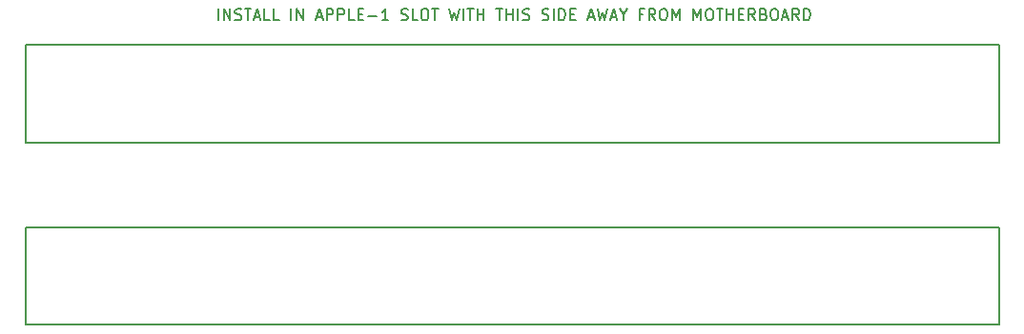
<source format=gto>
G04 #@! TF.GenerationSoftware,KiCad,Pcbnew,(5.1.12)-1*
G04 #@! TF.CreationDate,2022-10-28T14:50:11+01:00*
G04 #@! TF.ProjectId,Apple-1 riser,4170706c-652d-4312-9072-697365722e6b,rev?*
G04 #@! TF.SameCoordinates,Original*
G04 #@! TF.FileFunction,Legend,Top*
G04 #@! TF.FilePolarity,Positive*
%FSLAX46Y46*%
G04 Gerber Fmt 4.6, Leading zero omitted, Abs format (unit mm)*
G04 Created by KiCad (PCBNEW (5.1.12)-1) date 2022-10-28 14:50:11*
%MOMM*%
%LPD*%
G01*
G04 APERTURE LIST*
%ADD10C,0.150000*%
%ADD11C,0.200000*%
%ADD12C,1.905000*%
%ADD13R,1.905000X1.905000*%
%ADD14R,2.540000X10.000000*%
G04 APERTURE END LIST*
D10*
X120488095Y-93702380D02*
X120488095Y-92702380D01*
X120964285Y-93702380D02*
X120964285Y-92702380D01*
X121535714Y-93702380D01*
X121535714Y-92702380D01*
X121964285Y-93654761D02*
X122107142Y-93702380D01*
X122345238Y-93702380D01*
X122440476Y-93654761D01*
X122488095Y-93607142D01*
X122535714Y-93511904D01*
X122535714Y-93416666D01*
X122488095Y-93321428D01*
X122440476Y-93273809D01*
X122345238Y-93226190D01*
X122154761Y-93178571D01*
X122059523Y-93130952D01*
X122011904Y-93083333D01*
X121964285Y-92988095D01*
X121964285Y-92892857D01*
X122011904Y-92797619D01*
X122059523Y-92750000D01*
X122154761Y-92702380D01*
X122392857Y-92702380D01*
X122535714Y-92750000D01*
X122821428Y-92702380D02*
X123392857Y-92702380D01*
X123107142Y-93702380D02*
X123107142Y-92702380D01*
X123678571Y-93416666D02*
X124154761Y-93416666D01*
X123583333Y-93702380D02*
X123916666Y-92702380D01*
X124250000Y-93702380D01*
X125059523Y-93702380D02*
X124583333Y-93702380D01*
X124583333Y-92702380D01*
X125869047Y-93702380D02*
X125392857Y-93702380D01*
X125392857Y-92702380D01*
X126964285Y-93702380D02*
X126964285Y-92702380D01*
X127440476Y-93702380D02*
X127440476Y-92702380D01*
X128011904Y-93702380D01*
X128011904Y-92702380D01*
X129202380Y-93416666D02*
X129678571Y-93416666D01*
X129107142Y-93702380D02*
X129440476Y-92702380D01*
X129773809Y-93702380D01*
X130107142Y-93702380D02*
X130107142Y-92702380D01*
X130488095Y-92702380D01*
X130583333Y-92750000D01*
X130630952Y-92797619D01*
X130678571Y-92892857D01*
X130678571Y-93035714D01*
X130630952Y-93130952D01*
X130583333Y-93178571D01*
X130488095Y-93226190D01*
X130107142Y-93226190D01*
X131107142Y-93702380D02*
X131107142Y-92702380D01*
X131488095Y-92702380D01*
X131583333Y-92750000D01*
X131630952Y-92797619D01*
X131678571Y-92892857D01*
X131678571Y-93035714D01*
X131630952Y-93130952D01*
X131583333Y-93178571D01*
X131488095Y-93226190D01*
X131107142Y-93226190D01*
X132583333Y-93702380D02*
X132107142Y-93702380D01*
X132107142Y-92702380D01*
X132916666Y-93178571D02*
X133250000Y-93178571D01*
X133392857Y-93702380D02*
X132916666Y-93702380D01*
X132916666Y-92702380D01*
X133392857Y-92702380D01*
X133821428Y-93321428D02*
X134583333Y-93321428D01*
X135583333Y-93702380D02*
X135011904Y-93702380D01*
X135297619Y-93702380D02*
X135297619Y-92702380D01*
X135202380Y-92845238D01*
X135107142Y-92940476D01*
X135011904Y-92988095D01*
X136726190Y-93654761D02*
X136869047Y-93702380D01*
X137107142Y-93702380D01*
X137202380Y-93654761D01*
X137250000Y-93607142D01*
X137297619Y-93511904D01*
X137297619Y-93416666D01*
X137250000Y-93321428D01*
X137202380Y-93273809D01*
X137107142Y-93226190D01*
X136916666Y-93178571D01*
X136821428Y-93130952D01*
X136773809Y-93083333D01*
X136726190Y-92988095D01*
X136726190Y-92892857D01*
X136773809Y-92797619D01*
X136821428Y-92750000D01*
X136916666Y-92702380D01*
X137154761Y-92702380D01*
X137297619Y-92750000D01*
X138202380Y-93702380D02*
X137726190Y-93702380D01*
X137726190Y-92702380D01*
X138726190Y-92702380D02*
X138916666Y-92702380D01*
X139011904Y-92750000D01*
X139107142Y-92845238D01*
X139154761Y-93035714D01*
X139154761Y-93369047D01*
X139107142Y-93559523D01*
X139011904Y-93654761D01*
X138916666Y-93702380D01*
X138726190Y-93702380D01*
X138630952Y-93654761D01*
X138535714Y-93559523D01*
X138488095Y-93369047D01*
X138488095Y-93035714D01*
X138535714Y-92845238D01*
X138630952Y-92750000D01*
X138726190Y-92702380D01*
X139440476Y-92702380D02*
X140011904Y-92702380D01*
X139726190Y-93702380D02*
X139726190Y-92702380D01*
X141011904Y-92702380D02*
X141250000Y-93702380D01*
X141440476Y-92988095D01*
X141630952Y-93702380D01*
X141869047Y-92702380D01*
X142250000Y-93702380D02*
X142250000Y-92702380D01*
X142583333Y-92702380D02*
X143154761Y-92702380D01*
X142869047Y-93702380D02*
X142869047Y-92702380D01*
X143488095Y-93702380D02*
X143488095Y-92702380D01*
X143488095Y-93178571D02*
X144059523Y-93178571D01*
X144059523Y-93702380D02*
X144059523Y-92702380D01*
X145154761Y-92702380D02*
X145726190Y-92702380D01*
X145440476Y-93702380D02*
X145440476Y-92702380D01*
X146059523Y-93702380D02*
X146059523Y-92702380D01*
X146059523Y-93178571D02*
X146630952Y-93178571D01*
X146630952Y-93702380D02*
X146630952Y-92702380D01*
X147107142Y-93702380D02*
X147107142Y-92702380D01*
X147535714Y-93654761D02*
X147678571Y-93702380D01*
X147916666Y-93702380D01*
X148011904Y-93654761D01*
X148059523Y-93607142D01*
X148107142Y-93511904D01*
X148107142Y-93416666D01*
X148059523Y-93321428D01*
X148011904Y-93273809D01*
X147916666Y-93226190D01*
X147726190Y-93178571D01*
X147630952Y-93130952D01*
X147583333Y-93083333D01*
X147535714Y-92988095D01*
X147535714Y-92892857D01*
X147583333Y-92797619D01*
X147630952Y-92750000D01*
X147726190Y-92702380D01*
X147964285Y-92702380D01*
X148107142Y-92750000D01*
X149250000Y-93654761D02*
X149392857Y-93702380D01*
X149630952Y-93702380D01*
X149726190Y-93654761D01*
X149773809Y-93607142D01*
X149821428Y-93511904D01*
X149821428Y-93416666D01*
X149773809Y-93321428D01*
X149726190Y-93273809D01*
X149630952Y-93226190D01*
X149440476Y-93178571D01*
X149345238Y-93130952D01*
X149297619Y-93083333D01*
X149250000Y-92988095D01*
X149250000Y-92892857D01*
X149297619Y-92797619D01*
X149345238Y-92750000D01*
X149440476Y-92702380D01*
X149678571Y-92702380D01*
X149821428Y-92750000D01*
X150250000Y-93702380D02*
X150250000Y-92702380D01*
X150726190Y-93702380D02*
X150726190Y-92702380D01*
X150964285Y-92702380D01*
X151107142Y-92750000D01*
X151202380Y-92845238D01*
X151250000Y-92940476D01*
X151297619Y-93130952D01*
X151297619Y-93273809D01*
X151250000Y-93464285D01*
X151202380Y-93559523D01*
X151107142Y-93654761D01*
X150964285Y-93702380D01*
X150726190Y-93702380D01*
X151726190Y-93178571D02*
X152059523Y-93178571D01*
X152202380Y-93702380D02*
X151726190Y-93702380D01*
X151726190Y-92702380D01*
X152202380Y-92702380D01*
X153345238Y-93416666D02*
X153821428Y-93416666D01*
X153250000Y-93702380D02*
X153583333Y-92702380D01*
X153916666Y-93702380D01*
X154154761Y-92702380D02*
X154392857Y-93702380D01*
X154583333Y-92988095D01*
X154773809Y-93702380D01*
X155011904Y-92702380D01*
X155345238Y-93416666D02*
X155821428Y-93416666D01*
X155250000Y-93702380D02*
X155583333Y-92702380D01*
X155916666Y-93702380D01*
X156440476Y-93226190D02*
X156440476Y-93702380D01*
X156107142Y-92702380D02*
X156440476Y-93226190D01*
X156773809Y-92702380D01*
X158202380Y-93178571D02*
X157869047Y-93178571D01*
X157869047Y-93702380D02*
X157869047Y-92702380D01*
X158345238Y-92702380D01*
X159297619Y-93702380D02*
X158964285Y-93226190D01*
X158726190Y-93702380D02*
X158726190Y-92702380D01*
X159107142Y-92702380D01*
X159202380Y-92750000D01*
X159250000Y-92797619D01*
X159297619Y-92892857D01*
X159297619Y-93035714D01*
X159250000Y-93130952D01*
X159202380Y-93178571D01*
X159107142Y-93226190D01*
X158726190Y-93226190D01*
X159916666Y-92702380D02*
X160107142Y-92702380D01*
X160202380Y-92750000D01*
X160297619Y-92845238D01*
X160345238Y-93035714D01*
X160345238Y-93369047D01*
X160297619Y-93559523D01*
X160202380Y-93654761D01*
X160107142Y-93702380D01*
X159916666Y-93702380D01*
X159821428Y-93654761D01*
X159726190Y-93559523D01*
X159678571Y-93369047D01*
X159678571Y-93035714D01*
X159726190Y-92845238D01*
X159821428Y-92750000D01*
X159916666Y-92702380D01*
X160773809Y-93702380D02*
X160773809Y-92702380D01*
X161107142Y-93416666D01*
X161440476Y-92702380D01*
X161440476Y-93702380D01*
X162678571Y-93702380D02*
X162678571Y-92702380D01*
X163011904Y-93416666D01*
X163345238Y-92702380D01*
X163345238Y-93702380D01*
X164011904Y-92702380D02*
X164202380Y-92702380D01*
X164297619Y-92750000D01*
X164392857Y-92845238D01*
X164440476Y-93035714D01*
X164440476Y-93369047D01*
X164392857Y-93559523D01*
X164297619Y-93654761D01*
X164202380Y-93702380D01*
X164011904Y-93702380D01*
X163916666Y-93654761D01*
X163821428Y-93559523D01*
X163773809Y-93369047D01*
X163773809Y-93035714D01*
X163821428Y-92845238D01*
X163916666Y-92750000D01*
X164011904Y-92702380D01*
X164726190Y-92702380D02*
X165297619Y-92702380D01*
X165011904Y-93702380D02*
X165011904Y-92702380D01*
X165630952Y-93702380D02*
X165630952Y-92702380D01*
X165630952Y-93178571D02*
X166202380Y-93178571D01*
X166202380Y-93702380D02*
X166202380Y-92702380D01*
X166678571Y-93178571D02*
X167011904Y-93178571D01*
X167154761Y-93702380D02*
X166678571Y-93702380D01*
X166678571Y-92702380D01*
X167154761Y-92702380D01*
X168154761Y-93702380D02*
X167821428Y-93226190D01*
X167583333Y-93702380D02*
X167583333Y-92702380D01*
X167964285Y-92702380D01*
X168059523Y-92750000D01*
X168107142Y-92797619D01*
X168154761Y-92892857D01*
X168154761Y-93035714D01*
X168107142Y-93130952D01*
X168059523Y-93178571D01*
X167964285Y-93226190D01*
X167583333Y-93226190D01*
X168916666Y-93178571D02*
X169059523Y-93226190D01*
X169107142Y-93273809D01*
X169154761Y-93369047D01*
X169154761Y-93511904D01*
X169107142Y-93607142D01*
X169059523Y-93654761D01*
X168964285Y-93702380D01*
X168583333Y-93702380D01*
X168583333Y-92702380D01*
X168916666Y-92702380D01*
X169011904Y-92750000D01*
X169059523Y-92797619D01*
X169107142Y-92892857D01*
X169107142Y-92988095D01*
X169059523Y-93083333D01*
X169011904Y-93130952D01*
X168916666Y-93178571D01*
X168583333Y-93178571D01*
X169773809Y-92702380D02*
X169964285Y-92702380D01*
X170059523Y-92750000D01*
X170154761Y-92845238D01*
X170202380Y-93035714D01*
X170202380Y-93369047D01*
X170154761Y-93559523D01*
X170059523Y-93654761D01*
X169964285Y-93702380D01*
X169773809Y-93702380D01*
X169678571Y-93654761D01*
X169583333Y-93559523D01*
X169535714Y-93369047D01*
X169535714Y-93035714D01*
X169583333Y-92845238D01*
X169678571Y-92750000D01*
X169773809Y-92702380D01*
X170583333Y-93416666D02*
X171059523Y-93416666D01*
X170488095Y-93702380D02*
X170821428Y-92702380D01*
X171154761Y-93702380D01*
X172059523Y-93702380D02*
X171726190Y-93226190D01*
X171488095Y-93702380D02*
X171488095Y-92702380D01*
X171869047Y-92702380D01*
X171964285Y-92750000D01*
X172011904Y-92797619D01*
X172059523Y-92892857D01*
X172059523Y-93035714D01*
X172011904Y-93130952D01*
X171964285Y-93178571D01*
X171869047Y-93226190D01*
X171488095Y-93226190D01*
X172488095Y-93702380D02*
X172488095Y-92702380D01*
X172726190Y-92702380D01*
X172869047Y-92750000D01*
X172964285Y-92845238D01*
X173011904Y-92940476D01*
X173059523Y-93130952D01*
X173059523Y-93273809D01*
X173011904Y-93464285D01*
X172964285Y-93559523D01*
X172869047Y-93654761D01*
X172726190Y-93702380D01*
X172488095Y-93702380D01*
D11*
X103365000Y-95865000D02*
X189795000Y-95865000D01*
X189795000Y-95865000D02*
X189795000Y-104575000D01*
X189795000Y-104575000D02*
X103365000Y-104575000D01*
X103365000Y-104575000D02*
X103365000Y-95865000D01*
X103365000Y-112115000D02*
X189795000Y-112115000D01*
X189795000Y-112115000D02*
X189795000Y-120825000D01*
X189795000Y-120825000D02*
X103365000Y-120825000D01*
X103365000Y-120825000D02*
X103365000Y-112115000D01*
%LPC*%
D12*
X188160000Y-102000000D03*
X184200000Y-102000000D03*
X180240000Y-102000000D03*
X176280000Y-102000000D03*
X172320000Y-102000000D03*
X168360000Y-102000000D03*
X164400000Y-102000000D03*
X160440000Y-102000000D03*
X156480000Y-102000000D03*
X152520000Y-102000000D03*
X148560000Y-102000000D03*
X144600000Y-102000000D03*
X140640000Y-102000000D03*
X136680000Y-102000000D03*
X132720000Y-102000000D03*
X128760000Y-102000000D03*
X124800000Y-102000000D03*
X120840000Y-102000000D03*
X116880000Y-102000000D03*
X112920000Y-102000000D03*
X108960000Y-102000000D03*
X105000000Y-102000000D03*
X188160000Y-98440000D03*
X184200000Y-98440000D03*
X180240000Y-98440000D03*
X176280000Y-98440000D03*
X172320000Y-98440000D03*
X168360000Y-98440000D03*
X164400000Y-98440000D03*
X160440000Y-98440000D03*
X156480000Y-98440000D03*
X152520000Y-98440000D03*
X148560000Y-98440000D03*
X144600000Y-98440000D03*
X140640000Y-98440000D03*
X136680000Y-98440000D03*
X132720000Y-98440000D03*
X128760000Y-98440000D03*
X124800000Y-98440000D03*
X120840000Y-98440000D03*
X116880000Y-98440000D03*
X112920000Y-98440000D03*
X108960000Y-98440000D03*
D13*
X105000000Y-98440000D03*
D12*
X188160000Y-118250000D03*
X184200000Y-118250000D03*
X180240000Y-118250000D03*
X176280000Y-118250000D03*
X172320000Y-118250000D03*
X168360000Y-118250000D03*
X164400000Y-118250000D03*
X160440000Y-118250000D03*
X156480000Y-118250000D03*
X152520000Y-118250000D03*
X148560000Y-118250000D03*
X144600000Y-118250000D03*
X140640000Y-118250000D03*
X136680000Y-118250000D03*
X132720000Y-118250000D03*
X128760000Y-118250000D03*
X124800000Y-118250000D03*
X120840000Y-118250000D03*
X116880000Y-118250000D03*
X112920000Y-118250000D03*
X108960000Y-118250000D03*
X105000000Y-118250000D03*
X188160000Y-114690000D03*
X184200000Y-114690000D03*
X180240000Y-114690000D03*
X176280000Y-114690000D03*
X172320000Y-114690000D03*
X168360000Y-114690000D03*
X164400000Y-114690000D03*
X160440000Y-114690000D03*
X156480000Y-114690000D03*
X152520000Y-114690000D03*
X148560000Y-114690000D03*
X144600000Y-114690000D03*
X140640000Y-114690000D03*
X136680000Y-114690000D03*
X132720000Y-114690000D03*
X128760000Y-114690000D03*
X124800000Y-114690000D03*
X120840000Y-114690000D03*
X116880000Y-114690000D03*
X112920000Y-114690000D03*
X108960000Y-114690000D03*
D13*
X105000000Y-114690000D03*
D14*
X105000000Y-141540000D03*
X108960000Y-141540000D03*
X112920000Y-141540000D03*
X116880000Y-141540000D03*
X120840000Y-141540000D03*
X124800000Y-141540000D03*
X128760000Y-141540000D03*
X132720000Y-141540000D03*
X136680000Y-141540000D03*
X140640000Y-141540000D03*
X144600000Y-141540000D03*
X148560000Y-141540000D03*
X152520000Y-141540000D03*
X156480000Y-141540000D03*
X160440000Y-141540000D03*
X164400000Y-141540000D03*
X168360000Y-141540000D03*
X172320000Y-141540000D03*
X176280000Y-141540000D03*
X180240000Y-141540000D03*
X184200000Y-141540000D03*
X188160000Y-141540000D03*
M02*

</source>
